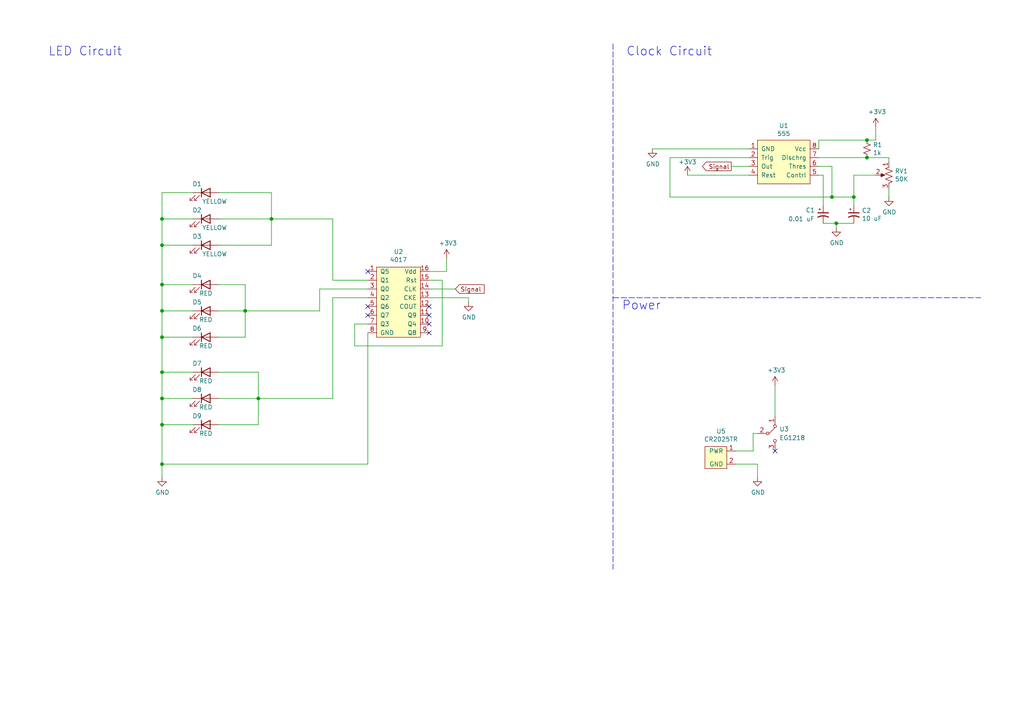
<source format=kicad_sch>
(kicad_sch (version 20211123) (generator eeschema)
  (paper "A4")
  (title_block (title "SMD Schematic") (date "2022-09-05") (rev "2"))
  (lib_symbols
    (symbol "Device:LED" (pin_numbers hide) (pin_names (offset 1.016) hide)
      (property "Reference" "D" (at 0 2.54 0))
      (property "Value" "LED" (at 0 -2.54 0))
      (symbol "LED_0_1"
        (polyline (pts (xy -1.27 -1.27) (xy -1.27 1.27)) (stroke (width 0.254)))
        (polyline (pts (xy -1.27 0) (xy 1.27 0)))
        (polyline (pts (xy 1.27 -1.27) (xy 1.27 1.27) (xy -1.27 0) (xy 1.27 -1.27)) (stroke (width 0.254)))
        (polyline (pts (xy -3.048 -0.762) (xy -4.572 -2.286) (xy -3.81 -2.286) (xy -4.572 -2.286) (xy -4.572 -1.524)))
        (polyline (pts (xy -1.778 -0.762) (xy -3.302 -2.286) (xy -2.54 -2.286) (xy -3.302 -2.286) (xy -3.302 -1.524)))
      )
      (symbol "LED_1_1"
        (pin passive line (at -3.81 0 0) (length 2.54) (name "K") (number "1"))
        (pin passive line (at 3.81 0 180) (length 2.54) (name "A") (number "2"))
      )
    )
    (symbol "Device:R_Small_US" (pin_numbers hide) (pin_names (offset 0.254) hide)
      (property "Reference" "R" (at 0.762 0.508 0))
      (property "Value" "R_Small_US" (at 0.762 -1.016 0))
      (symbol "R_Small_US_1_1"
        (polyline (pts (xy 0 0) (xy 1.016 -0.381) (xy 0 -0.762) (xy -1.016 -1.143) (xy 0 -1.524)))
        (polyline (pts (xy 0 1.524) (xy 1.016 1.143) (xy 0 0.762) (xy -1.016 0.381) (xy 0 0)))
        (pin passive line (at 0 2.54 270) (length 1.016) (name "~") (number "1"))
        (pin passive line (at 0 -2.54 90) (length 1.016) (name "~") (number "2"))
      )
    )
    (symbol "IEEE_PCB_SMD-rescue:+3.3V-power" (power) (pin_names (offset 0))
      (property "Value" "+3.3V-power" (at 0 3.556 0))
      (symbol "+3.3V-power_0_1"
        (polyline (pts (xy -0.762 1.27) (xy 0 2.54)))
        (polyline (pts (xy 0 0) (xy 0 2.54)))
        (polyline (pts (xy 0 2.54) (xy 0.762 1.27)))
      )
      (symbol "+3.3V-power_1_1"
        (pin power_in line (at 0 0 90) (length 0) hide (name "+3V3") (number "1"))
      )
    )
    (symbol "IEEE_PCB_SMD-rescue:4017-IEEE_PCB_Ornament" (pin_names (offset 1.016))
      (property "Reference" "U" (at 0 10.16 0))
      (property "Value" "4017-IEEE_PCB_Ornament" (at 0 -12.7 0))
      (symbol "4017-IEEE_PCB_Ornament_0_1"
        (rectangle (start -6.35 8.89) (end 6.35 -11.43) (fill (type background)))
      )
      (symbol "4017-IEEE_PCB_Ornament_1_1"
        (pin input line (at -8.89 7.62 0) (length 2.54) (name "Q5") (number "1"))
        (pin input line (at 8.89 -7.62 180) (length 2.54) (name "Q4") (number "10"))
        (pin input line (at 8.89 -5.08 180) (length 2.54) (name "Q9") (number "11"))
        (pin input line (at 8.89 -2.54 180) (length 2.54) (name "COUT") (number "12"))
        (pin input line (at 8.89 0 180) (length 2.54) (name "CKE") (number "13"))
        (pin input line (at 8.89 2.54 180) (length 2.54) (name "CLK") (number "14"))
        (pin input line (at 8.89 5.08 180) (length 2.54) (name "Rst") (number "15"))
        (pin input line (at 8.89 7.62 180) (length 2.54) (name "Vdd") (number "16"))
        (pin input line (at -8.89 5.08 0) (length 2.54) (name "Q1") (number "2"))
        (pin input line (at -8.89 2.54 0) (length 2.54) (name "Q0") (number "3"))
        (pin input line (at -8.89 0 0) (length 2.54) (name "Q2") (number "4"))
        (pin input line (at -8.89 -2.54 0) (length 2.54) (name "Q6") (number "5"))
        (pin input line (at -8.89 -5.08 0) (length 2.54) (name "Q7") (number "6"))
        (pin input line (at -8.89 -7.62 0) (length 2.54) (name "Q3") (number "7"))
        (pin input line (at -8.89 -10.16 0) (length 2.54) (name "GND") (number "8"))
        (pin input line (at 8.89 -10.16 180) (length 2.54) (name "Q8") (number "9"))
      )
    )
    (symbol "IEEE_PCB_SMD-rescue:555-IEEE_PCB_Ornament" (pin_names (offset 1.016))
      (property "Reference" "U" (at 1.27 6.35 0))
      (property "Value" "555-IEEE_PCB_Ornament" (at 1.27 -8.89 0))
      (symbol "555-IEEE_PCB_Ornament_0_1"
        (rectangle (start -6.35 5.08) (end 8.89 -7.62) (fill (type background)))
      )
      (symbol "555-IEEE_PCB_Ornament_1_1"
        (pin input line (at -8.89 2.54 0) (length 2.54) (name "GND") (number "1"))
        (pin input line (at -8.89 0 0) (length 2.54) (name "Trig") (number "2"))
        (pin input line (at -8.89 -2.54 0) (length 2.54) (name "Out") (number "3"))
        (pin input line (at -8.89 -5.08 0) (length 2.54) (name "Rest") (number "4"))
        (pin input line (at 11.43 -5.08 180) (length 2.54) (name "Contrl") (number "5"))
        (pin input line (at 11.43 -2.54 180) (length 2.54) (name "Thres") (number "6"))
        (pin input line (at 11.43 0 180) (length 2.54) (name "Dischrg") (number "7"))
        (pin input line (at 11.43 2.54 180) (length 2.54) (name "Vcc") (number "8"))
      )
    )
    (symbol "IEEE_PCB_SMD-rescue:CP1_Small-Device" (pin_numbers hide) (pin_names (offset 0.254) hide)
      (property "Reference" "C" (at 0.254 1.778 0))
      (property "Value" "CP1_Small-Device" (at 0.254 -2.032 0))
      (symbol "CP1_Small-Device_0_1"
        (polyline (pts (xy -1.524 0.508) (xy 1.524 0.508)) (stroke (width 0.3048)))
        (polyline (pts (xy -1.27 1.524) (xy -0.762 1.524)))
        (polyline (pts (xy -1.016 1.27) (xy -1.016 1.778)))
        (arc (start 1.524 -0.762) (mid 0 -0.3734) (end -1.524 -0.762) (stroke (width 0.3048)))
      )
      (symbol "CP1_Small-Device_1_1"
        (pin passive line (at 0 2.54 270) (length 2.032) (name "~") (number "1"))
        (pin passive line (at 0 -2.54 90) (length 2.032) (name "~") (number "2"))
      )
    )
    (symbol "IEEE_PCB_SMD-rescue:CR2025TR-IEEE_PCB_Ornament" (pin_names (offset 1.016))
      (property "Reference" "U" (at 0 8.89 0))
      (property "Value" "CR2025TR-IEEE_PCB_Ornament" (at 0 6.35 0))
      (symbol "CR2025TR-IEEE_PCB_Ornament_0_1"
        (rectangle (start -2.54 3.81) (end 3.81 -2.54) (fill (type background)))
      )
      (symbol "CR2025TR-IEEE_PCB_Ornament_1_1"
        (pin output line (at 6.35 2.54 180) (length 2.54) (name "PWR") (number "1"))
        (pin output line (at 6.35 -1.27 180) (length 2.54) (name "GND") (number "2"))
      )
    )
    (symbol "IEEE_PCB_SMD-rescue:EG1218-IEEE_PCB_Ornament" (pin_names (offset 1.016))
      (property "Reference" "U" (at 0.0254 -5.0038 0))
      (property "Value" "EG1218-IEEE_PCB_Ornament" (at 0.0254 -2.4638 0))
      (symbol "EG1218-IEEE_PCB_Ornament_0_1"
        (circle (center -2.1082 0) (radius 0.4064))
        (polyline (pts (xy -1.6764 0.0762) (xy 0 1.7272)))
        (circle (center 0 2.1336) (radius 0.4064))
        (circle (center 2.1336 0.0254) (radius 0.4064))
      )
      (symbol "EG1218-IEEE_PCB_Ornament_1_1"
        (pin passive line (at -5.08 0 0) (length 2.54) (name "~") (number "1"))
        (pin input line (at 0 5.08 270) (length 2.54) (name "~") (number "2"))
        (pin passive line (at 5.08 0 180) (length 2.54) (name "~") (number "3"))
      )
    )
    (symbol "IEEE_PCB_SMD-rescue:R_POT_US-Device" (pin_names (offset 1.016) hide)
      (property "Reference" "RV" (at -4.445 0 90))
      (property "Value" "R_POT_US-Device" (at -2.54 0 90))
      (symbol "R_POT_US-Device_0_1"
        (polyline (pts (xy 0 -2.286) (xy 0 -2.54)))
        (polyline (pts (xy 0 2.54) (xy 0 2.286)))
        (polyline (pts (xy 2.54 0) (xy 1.524 0)))
        (polyline (pts (xy 1.143 0) (xy 2.286 0.508) (xy 2.286 -0.508) (xy 1.143 0)) (fill (type outline)))
        (polyline (pts (xy 0 -0.762) (xy 1.016 -1.143) (xy 0 -1.524) (xy -1.016 -1.905) (xy 0 -2.286)))
        (polyline (pts (xy 0 0.762) (xy 1.016 0.381) (xy 0 0) (xy -1.016 -0.381) (xy 0 -0.762)))
        (polyline (pts (xy 0 2.286) (xy 1.016 1.905) (xy 0 1.524) (xy -1.016 1.143) (xy 0 0.762)))
      )
      (symbol "R_POT_US-Device_1_1"
        (pin passive line (at 0 3.81 270) (length 1.27) (name "1") (number "1"))
        (pin passive line (at 3.81 0 180) (length 1.27) (name "2") (number "2"))
        (pin passive line (at 0 -3.81 90) (length 1.27) (name "3") (number "3"))
      )
    )
    (symbol "power:GND" (power) (pin_names (offset 0))
      (property "Value" "GND" (at 0 -3.81 0))
      (symbol "GND_0_1"
        (polyline (pts (xy 0 0) (xy 0 -1.27) (xy 1.27 -1.27) (xy 0 -2.54) (xy -1.27 -1.27) (xy 0 -1.27)))
      )
      (symbol "GND_1_1"
        (pin power_in line (at 0 0 270) (length 0) hide (name "GND") (number "1"))
      )
    )
  )
  (junction (at 242.57 64.77))
  (junction (at 251.46 40.64))
  (junction (at 46.99 97.79))
  (junction (at 46.99 115.57))
  (junction (at 71.12 90.17))
  (junction (at 46.99 123.19))
  (junction (at 78.74 63.5))
  (junction (at 46.99 71.12))
  (junction (at 241.3 57.15))
  (junction (at 74.93 115.57))
  (junction (at 46.99 107.95))
  (junction (at 46.99 134.62))
  (junction (at 251.46 45.72))
  (junction (at 247.65 57.15))
  (junction (at 46.99 63.5))
  (junction (at 46.99 82.55))
  (junction (at 46.99 90.17))
  (no_connect (at 106.68 88.9))
  (no_connect (at 360.68 123.19))
  (no_connect (at 106.68 78.74))
  (no_connect (at 124.46 93.98))
  (no_connect (at 124.46 96.52))
  (no_connect (at 124.46 88.9))
  (no_connect (at 124.46 91.44))
  (no_connect (at 106.68 91.44))
  (no_connect (at 224.79 130.81))
  (wire (pts (xy 55.88 63.5) (xy 46.99 63.5)))
  (wire (pts (xy 46.99 134.62) (xy 106.68 134.62)))
  (wire (pts (xy 237.49 43.18) (xy 237.49 40.64)))
  (wire (pts (xy 194.31 45.72) (xy 217.17 45.72)))
  (wire (pts (xy 46.99 97.79) (xy 46.99 107.95)))
  (wire (pts (xy 219.71 134.62) (xy 219.71 138.43)))
  (wire (pts (xy 106.68 86.36) (xy 96.52 86.36)))
  (wire (pts (xy 63.5 97.79) (xy 71.12 97.79)))
  (wire (pts (xy 218.44 130.81) (xy 218.44 125.73)))
  (wire (pts (xy 63.5 82.55) (xy 71.12 82.55)))
  (wire (pts (xy 106.68 83.82) (xy 92.71 83.82)))
  (wire (pts (xy 55.88 107.95) (xy 46.99 107.95)))
  (wire (pts (xy 46.99 82.55) (xy 46.99 90.17)))
  (wire (pts (xy 55.88 55.88) (xy 46.99 55.88)))
  (wire (pts (xy 46.99 71.12) (xy 46.99 82.55)))
  (wire (pts (xy 71.12 90.17) (xy 92.71 90.17)))
  (wire (pts (xy 241.3 48.26) (xy 241.3 57.15)))
  (wire (pts (xy 254 40.64) (xy 254 36.83)))
  (wire (pts (xy 55.88 82.55) (xy 46.99 82.55)))
  (wire (pts (xy 218.44 125.73) (xy 219.71 125.73)))
  (wire (pts (xy 128.27 81.28) (xy 124.46 81.28)))
  (wire (pts (xy 78.74 63.5) (xy 96.52 63.5)))
  (wire (pts (xy 63.5 90.17) (xy 71.12 90.17)))
  (wire (pts (xy 74.93 123.19) (xy 74.93 115.57)))
  (wire (pts (xy 194.31 57.15) (xy 241.3 57.15)))
  (wire (pts (xy 71.12 97.79) (xy 71.12 90.17)))
  (wire (pts (xy 124.46 83.82) (xy 132.08 83.82)))
  (wire (pts (xy 63.5 55.88) (xy 78.74 55.88)))
  (wire (pts (xy 55.88 115.57) (xy 46.99 115.57)))
  (wire (pts (xy 63.5 63.5) (xy 78.74 63.5)))
  (wire (pts (xy 237.49 48.26) (xy 241.3 48.26)))
  (wire (pts (xy 212.09 48.26) (xy 217.17 48.26)))
  (wire (pts (xy 46.99 63.5) (xy 46.99 71.12)))
  (wire (pts (xy 46.99 71.12) (xy 55.88 71.12)))
  (wire (pts (xy 102.87 93.98) (xy 102.87 100.33)))
  (wire (pts (xy 237.49 50.8) (xy 238.76 50.8)))
  (wire (pts (xy 74.93 107.95) (xy 63.5 107.95)))
  (wire (pts (xy 106.68 81.28) (xy 96.52 81.28)))
  (wire (pts (xy 55.88 97.79) (xy 46.99 97.79)))
  (wire (pts (xy 189.23 43.18) (xy 217.17 43.18)))
  (wire (pts (xy 194.31 57.15) (xy 194.31 45.72)))
  (wire (pts (xy 46.99 90.17) (xy 46.99 97.79)))
  (wire (pts (xy 63.5 115.57) (xy 74.93 115.57)))
  (wire (pts (xy 247.65 57.15) (xy 247.65 59.69)))
  (wire (pts (xy 55.88 123.19) (xy 46.99 123.19)))
  (wire (pts (xy 106.68 93.98) (xy 102.87 93.98)))
  (wire (pts (xy 199.39 50.8) (xy 217.17 50.8)))
  (wire (pts (xy 213.36 134.62) (xy 219.71 134.62)))
  (wire (pts (xy 257.81 45.72) (xy 257.81 46.99)))
  (wire (pts (xy 238.76 64.77) (xy 242.57 64.77)))
  (wire (pts (xy 124.46 86.36) (xy 135.89 86.36)))
  (wire (pts (xy 224.79 120.65) (xy 224.79 111.76)))
  (wire (pts (xy 251.46 40.64) (xy 254 40.64)))
  (wire (pts (xy 129.54 78.74) (xy 129.54 74.93)))
  (wire (pts (xy 46.99 107.95) (xy 46.99 115.57)))
  (wire (pts (xy 247.65 50.8) (xy 254 50.8)))
  (wire (pts (xy 257.81 54.61) (xy 257.81 57.15)))
  (wire (pts (xy 46.99 115.57) (xy 46.99 123.19)))
  (wire (pts (xy 237.49 40.64) (xy 251.46 40.64)))
  (wire (pts (xy 251.46 45.72) (xy 257.81 45.72)))
  (wire (pts (xy 96.52 86.36) (xy 96.52 115.57)))
  (wire (pts (xy 71.12 90.17) (xy 71.12 82.55)))
  (wire (pts (xy 102.87 100.33) (xy 128.27 100.33)))
  (wire (pts (xy 96.52 81.28) (xy 96.52 63.5)))
  (wire (pts (xy 238.76 50.8) (xy 238.76 59.69)))
  (polyline (pts (xy 177.8 12.7) (xy 177.8 165.1)))
  (wire (pts (xy 241.3 57.15) (xy 247.65 57.15)))
  (wire (pts (xy 213.36 130.81) (xy 218.44 130.81)))
  (wire (pts (xy 237.49 45.72) (xy 251.46 45.72)))
  (polyline (pts (xy 177.8 86.36) (xy 284.48 86.36)))
  (wire (pts (xy 124.46 78.74) (xy 129.54 78.74)))
  (wire (pts (xy 74.93 115.57) (xy 96.52 115.57)))
  (wire (pts (xy 242.57 64.77) (xy 247.65 64.77)))
  (wire (pts (xy 63.5 71.12) (xy 78.74 71.12)))
  (wire (pts (xy 247.65 57.15) (xy 247.65 50.8)))
  (wire (pts (xy 78.74 55.88) (xy 78.74 63.5)))
  (wire (pts (xy 74.93 115.57) (xy 74.93 107.95)))
  (wire (pts (xy 106.68 96.52) (xy 106.68 134.62)))
  (wire (pts (xy 46.99 55.88) (xy 46.99 63.5)))
  (wire (pts (xy 128.27 100.33) (xy 128.27 81.28)))
  (wire (pts (xy 63.5 123.19) (xy 74.93 123.19)))
  (wire (pts (xy 78.74 71.12) (xy 78.74 63.5)))
  (wire (pts (xy 55.88 90.17) (xy 46.99 90.17)))
  (wire (pts (xy 242.57 64.77) (xy 242.57 66.04)))
  (wire (pts (xy 46.99 123.19) (xy 46.99 134.62)))
  (wire (pts (xy 92.71 83.82) (xy 92.71 90.17)))
  (wire (pts (xy 135.89 86.36) (xy 135.89 87.63)))
  (wire (pts (xy 46.99 134.62) (xy 46.99 138.43)))
  (text "Power" (at 180.34 90.17 0) (effects (font (size 2.54 2.54)) (justify left bottom)))
  (text "LED Circuit" (at 13.97 16.51 0) (effects (font (size 2.54 2.54)) (justify left bottom)))
  (text "Clock Circuit" (at 181.61 16.51 0) (effects (font (size 2.54 2.54)) (justify left bottom)))
  (global_label "Signal" (shape input) (at 132.08 83.82 0) (property "Intersheet References" "${INTERSHEET_REFS}" (effects hide)))
  (global_label "Signal" (shape output) (at 212.09 48.26 180) (property "Intersheet References" "${INTERSHEET_REFS}" (effects hide)))
  (symbol (lib_id "IEEE_PCB_SMD-rescue:555-IEEE_PCB_Ornament") (at 226.06 45.72 0) (unit 1)
    (property "Reference" "U1" (at 227.33 36.449 0))
    (property "Value" "555" (at 227.33 38.7604 0))
    (property "Footprint" "IEEE_Ornament:555" (effects hide))
  )
  (symbol (lib_id "IEEE_PCB_SMD-rescue:4017-IEEE_PCB_Ornament") (at 115.57 86.36 0) (unit 1)
    (property "Reference" "U2" (at 115.57 73.025 0))
    (property "Value" "4017" (at 115.57 75.3364 0))
    (property "Footprint" "IEEE_Ornament:4017" (effects hide))
  )
  (symbol (lib_id "IEEE_PCB_SMD-rescue:EG1218-IEEE_PCB_Ornament") (at 224.79 125.73 90) (mirror x) (unit 1)
    (property "Reference" "U3" (at 226.06 124.46 90) (effects (justify right)))
    (property "Value" "EG1218" (at 226.06 127 90) (effects (justify right)))
    (property "Footprint" "IEEE_Ornament:EG1218" (effects hide))
  )
  (symbol (lib_id "IEEE_PCB_SMD-rescue:CP1_Small-Device") (at 238.76 62.23 0) (unit 1)
    (property "Reference" "C1" (at 233.68 60.96 0) (effects (justify left)))
    (property "Value" "0.01 uF" (at 228.6 63.5 0) (effects (justify left)))
    (property "Footprint" "Capacitor_THT:CP_Radial_D5.0mm_P2.00mm" (effects hide))
  )
  (symbol (lib_id "IEEE_PCB_SMD-rescue:CP1_Small-Device") (at 247.65 62.23 0) (unit 1)
    (property "Reference" "C2" (at 249.9614 61.0616 0) (effects (justify left)))
    (property "Value" "10 uF" (at 249.9614 63.373 0) (effects (justify left)))
    (property "Footprint" "Capacitor_THT:CP_Radial_D5.0mm_P2.00mm" (effects hide))
  )
  (symbol (lib_id "IEEE_PCB_SMD-rescue:R_POT_US-Device") (at 257.81 50.8 0) (mirror y) (unit 1)
    (property "Reference" "RV1" (at 259.5372 49.6316 0) (effects (justify right)))
    (property "Value" "50K" (at 259.5372 51.943 0) (effects (justify right)))
    (property "Footprint" "IEEE_Ornament:CT6EP504" (effects hide))
  )
  (symbol (lib_id "Device:R_Small_US") (at 251.46 43.18 0) (unit 1)
    (property "Reference" "R1" (at 253.1872 42.0116 0) (effects (justify left)))
    (property "Value" "1k" (at 253.1872 44.323 0) (effects (justify left)))
    (property "Footprint" "Resistor_THT:R_Axial_DIN0207_L6.3mm_D2.5mm_P7.62mm_Horizontal" (effects hide))
  )
  (symbol (lib_id "power:GND") (at 242.57 66.04 0) (unit 1)
    (property "Reference" "#PWR0101" (effects hide))
    (property "Value" "GND" (at 242.697 70.4342 0))
  )
  (symbol (lib_id "IEEE_PCB_SMD-rescue:+3.3V-power") (at 254 36.83 0) (unit 1)
    (property "Reference" "#PWR0102" (effects hide))
    (property "Value" "+3.3V" (at 254.381 32.4358 0))
  )
  (symbol (lib_id "power:GND") (at 257.81 57.15 0) (unit 1)
    (property "Reference" "#PWR0103" (effects hide))
    (property "Value" "GND" (at 257.937 61.5442 0))
  )
  (symbol (lib_id "power:GND") (at 189.23 43.18 0) (unit 1)
    (property "Reference" "#PWR0104" (effects hide))
    (property "Value" "GND" (at 189.357 47.5742 0))
  )
  (symbol (lib_id "IEEE_PCB_SMD-rescue:+3.3V-power") (at 199.39 50.8 0) (unit 1)
    (property "Reference" "#PWR0105" (effects hide))
    (property "Value" "+3.3V" (at 199.39 46.99 0))
  )
  (symbol (lib_id "power:GND") (at 219.71 138.43 0) (unit 1)
    (property "Reference" "#PWR0106" (effects hide))
    (property "Value" "GND" (at 219.837 142.8242 0))
  )
  (symbol (lib_id "IEEE_PCB_SMD-rescue:+3.3V-power") (at 129.54 74.93 0) (unit 1)
    (property "Reference" "#PWR0110" (effects hide))
    (property "Value" "+3.3V" (at 129.921 70.5358 0))
  )
  (symbol (lib_id "Device:LED") (at 59.69 55.88 0) (unit 1)
    (property "Reference" "D1" (at 57.15 53.34 0))
    (property "Value" "YELLOW" (at 62.23 58.42 0))
    (property "Footprint" "IEEE_Ornament:IN-S63AT" (effects hide))
  )
  (symbol (lib_id "Device:LED") (at 59.69 63.5 0) (unit 1)
    (property "Reference" "D2" (at 57.15 60.96 0))
    (property "Value" "YELLOW" (at 62.23 66.04 0))
    (property "Footprint" "IEEE_Ornament:IN-S63AT" (effects hide))
  )
  (symbol (lib_id "Device:LED") (at 59.69 71.12 0) (unit 1)
    (property "Reference" "D3" (at 57.15 68.58 0))
    (property "Value" "YELLOW" (at 62.23 73.66 0))
    (property "Footprint" "IEEE_Ornament:IN-S63AT" (effects hide))
  )
  (symbol (lib_id "Device:LED") (at 59.69 82.55 0) (unit 1)
    (property "Reference" "D4" (at 57.15 80.01 0))
    (property "Value" "RED" (at 59.69 85.09 0))
    (property "Footprint" "IEEE_Ornament:IN-S63AT" (effects hide))
  )
  (symbol (lib_id "Device:LED") (at 59.69 90.17 0) (unit 1)
    (property "Reference" "D5" (at 57.15 87.63 0))
    (property "Value" "RED" (at 59.69 92.71 0))
    (property "Footprint" "IEEE_Ornament:IN-S63AT" (effects hide))
  )
  (symbol (lib_id "Device:LED") (at 59.69 97.79 0) (unit 1)
    (property "Reference" "D6" (at 57.15 95.25 0))
    (property "Value" "RED" (at 59.69 100.33 0))
    (property "Footprint" "IEEE_Ornament:IN-S63AT" (effects hide))
  )
  (symbol (lib_id "Device:LED") (at 59.69 107.95 0) (unit 1)
    (property "Reference" "D7" (at 57.15 105.41 0))
    (property "Value" "RED" (at 59.69 110.49 0))
    (property "Footprint" "IEEE_Ornament:IN-S63AT" (effects hide))
  )
  (symbol (lib_id "Device:LED") (at 59.69 115.57 0) (unit 1)
    (property "Reference" "D8" (at 57.15 113.03 0))
    (property "Value" "RED" (at 59.69 118.11 0))
    (property "Footprint" "IEEE_Ornament:IN-S63AT" (effects hide))
  )
  (symbol (lib_id "Device:LED") (at 59.69 123.19 0) (unit 1)
    (property "Reference" "D9" (at 57.15 120.65 0))
    (property "Value" "RED" (at 59.69 125.73 0))
    (property "Footprint" "IEEE_Ornament:IN-S63AT" (effects hide))
  )
  (symbol (lib_id "power:GND") (at 46.99 138.43 0) (unit 1)
    (property "Reference" "#PWR0108" (effects hide))
    (property "Value" "GND" (at 47.117 142.8242 0))
  )
  (symbol (lib_id "power:GND") (at 135.89 87.63 0) (unit 1)
    (property "Reference" "#PWR0109" (effects hide))
    (property "Value" "GND" (at 136.017 92.0242 0))
  )
  (symbol (lib_id "IEEE_PCB_SMD-rescue:CR2025TR-IEEE_PCB_Ornament") (at 207.01 133.35 0) (unit 1)
    (property "Reference" "U5" (at 209.1182 125.095 0))
    (property "Value" "CR2025TR" (at 209.1182 127.4064 0))
    (property "Footprint" "IEEE_Ornament:CR2025TR" (effects hide))
  )
  (symbol (lib_id "IEEE_PCB_SMD-rescue:+3.3V-power") (at 224.79 111.76 0) (unit 1)
    (property "Reference" "#PWR0107" (effects hide))
    (property "Value" "+3.3V" (at 225.171 107.3658 0))
  )
)
</source>
